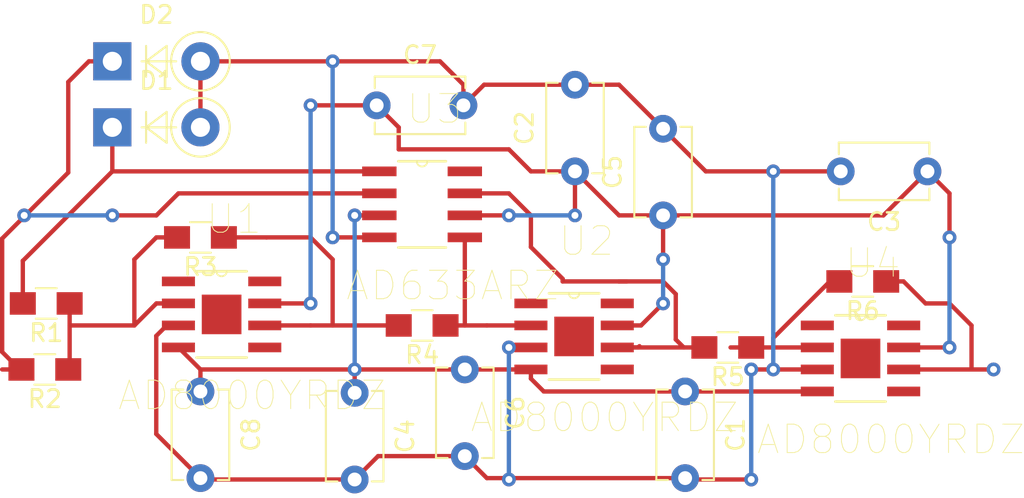
<source format=kicad_pcb>
(kicad_pcb (version 20171130) (host pcbnew "(5.0.0)")

  (general
    (thickness 1.6)
    (drawings 0)
    (tracks 150)
    (zones 0)
    (modules 20)
    (nets 25)
  )

  (page A4)
  (layers
    (0 F.Cu signal)
    (31 B.Cu signal)
    (32 B.Adhes user)
    (33 F.Adhes user)
    (34 B.Paste user)
    (35 F.Paste user)
    (36 B.SilkS user)
    (37 F.SilkS user)
    (38 B.Mask user)
    (39 F.Mask user)
    (40 Dwgs.User user)
    (41 Cmts.User user)
    (42 Eco1.User user)
    (43 Eco2.User user)
    (44 Edge.Cuts user)
    (45 Margin user)
    (46 B.CrtYd user)
    (47 F.CrtYd user)
    (48 B.Fab user)
    (49 F.Fab user)
  )

  (setup
    (last_trace_width 0.25)
    (trace_clearance 0.2)
    (zone_clearance 0.508)
    (zone_45_only no)
    (trace_min 0.2)
    (segment_width 0.2)
    (edge_width 0.15)
    (via_size 0.8)
    (via_drill 0.4)
    (via_min_size 0.4)
    (via_min_drill 0.3)
    (uvia_size 0.3)
    (uvia_drill 0.1)
    (uvias_allowed no)
    (uvia_min_size 0.2)
    (uvia_min_drill 0.1)
    (pcb_text_width 0.3)
    (pcb_text_size 1.5 1.5)
    (mod_edge_width 0.15)
    (mod_text_size 1 1)
    (mod_text_width 0.15)
    (pad_size 1.524 1.524)
    (pad_drill 0.762)
    (pad_to_mask_clearance 0.2)
    (aux_axis_origin 0 0)
    (visible_elements FFFFFF7F)
    (pcbplotparams
      (layerselection 0x010fc_ffffffff)
      (usegerberextensions false)
      (usegerberattributes false)
      (usegerberadvancedattributes false)
      (creategerberjobfile false)
      (excludeedgelayer true)
      (linewidth 0.100000)
      (plotframeref false)
      (viasonmask false)
      (mode 1)
      (useauxorigin false)
      (hpglpennumber 1)
      (hpglpenspeed 20)
      (hpglpendiameter 15.000000)
      (psnegative false)
      (psa4output false)
      (plotreference true)
      (plotvalue true)
      (plotinvisibletext false)
      (padsonsilk false)
      (subtractmaskfromsilk false)
      (outputformat 1)
      (mirror false)
      (drillshape 1)
      (scaleselection 1)
      (outputdirectory ""))
  )

  (net 0 "")
  (net 1 GNDREF)
  (net 2 -15V)
  (net 3 +15V)
  (net 4 "Net-(D1-Pad1)")
  (net 5 "Net-(D2-Pad1)")
  (net 6 "Net-(R1-Pad1)")
  (net 7 "Net-(R3-Pad1)")
  (net 8 "Net-(R4-Pad1)")
  (net 9 "Net-(R5-Pad2)")
  (net 10 "Net-(R5-Pad1)")
  (net 11 LINE)
  (net 12 "Net-(U1-Pad1)")
  (net 13 "Net-(U1-Pad5)")
  (net 14 "Net-(U1-Pad8)")
  (net 15 "Net-(U1-Pad9)")
  (net 16 "Net-(U2-Pad1)")
  (net 17 "Net-(U2-Pad5)")
  (net 18 "Net-(U2-Pad8)")
  (net 19 "Net-(U2-Pad9)")
  (net 20 Earth)
  (net 21 "Net-(U4-Pad9)")
  (net 22 "Net-(U4-Pad8)")
  (net 23 "Net-(U4-Pad5)")
  (net 24 "Net-(U4-Pad1)")

  (net_class Default "To jest domyślna klasa połączeń."
    (clearance 0.2)
    (trace_width 0.25)
    (via_dia 0.8)
    (via_drill 0.4)
    (uvia_dia 0.3)
    (uvia_drill 0.1)
    (add_net +15V)
    (add_net -15V)
    (add_net Earth)
    (add_net GNDREF)
    (add_net LINE)
    (add_net "Net-(D1-Pad1)")
    (add_net "Net-(D2-Pad1)")
    (add_net "Net-(R1-Pad1)")
    (add_net "Net-(R3-Pad1)")
    (add_net "Net-(R4-Pad1)")
    (add_net "Net-(R5-Pad1)")
    (add_net "Net-(R5-Pad2)")
    (add_net "Net-(U1-Pad1)")
    (add_net "Net-(U1-Pad5)")
    (add_net "Net-(U1-Pad8)")
    (add_net "Net-(U1-Pad9)")
    (add_net "Net-(U2-Pad1)")
    (add_net "Net-(U2-Pad5)")
    (add_net "Net-(U2-Pad8)")
    (add_net "Net-(U2-Pad9)")
    (add_net "Net-(U4-Pad1)")
    (add_net "Net-(U4-Pad5)")
    (add_net "Net-(U4-Pad8)")
    (add_net "Net-(U4-Pad9)")
  )

  (module Capacitors_THT:C_Disc_D5.1mm_W3.2mm_P5.00mm (layer F.Cu) (tedit 597BC7C2) (tstamp 5BA15F13)
    (at 156.21 97.79 270)
    (descr "C, Disc series, Radial, pin pitch=5.00mm, , diameter*width=5.1*3.2mm^2, Capacitor, http://www.vishay.com/docs/45233/krseries.pdf")
    (tags "C Disc series Radial pin pitch 5.00mm  diameter 5.1mm width 3.2mm Capacitor")
    (path /5BA1F076)
    (fp_text reference C1 (at 2.5 -2.91 270) (layer F.SilkS)
      (effects (font (size 1 1) (thickness 0.15)))
    )
    (fp_text value 100nF (at 2.5 2.91 270) (layer F.Fab)
      (effects (font (size 1 1) (thickness 0.15)))
    )
    (fp_text user %R (at 2.5 0 270) (layer F.Fab)
      (effects (font (size 1 1) (thickness 0.15)))
    )
    (fp_line (start 6.05 -1.95) (end -1.05 -1.95) (layer F.CrtYd) (width 0.05))
    (fp_line (start 6.05 1.95) (end 6.05 -1.95) (layer F.CrtYd) (width 0.05))
    (fp_line (start -1.05 1.95) (end 6.05 1.95) (layer F.CrtYd) (width 0.05))
    (fp_line (start -1.05 -1.95) (end -1.05 1.95) (layer F.CrtYd) (width 0.05))
    (fp_line (start 5.11 0.996) (end 5.11 1.66) (layer F.SilkS) (width 0.12))
    (fp_line (start 5.11 -1.66) (end 5.11 -0.996) (layer F.SilkS) (width 0.12))
    (fp_line (start -0.11 0.996) (end -0.11 1.66) (layer F.SilkS) (width 0.12))
    (fp_line (start -0.11 -1.66) (end -0.11 -0.996) (layer F.SilkS) (width 0.12))
    (fp_line (start -0.11 1.66) (end 5.11 1.66) (layer F.SilkS) (width 0.12))
    (fp_line (start -0.11 -1.66) (end 5.11 -1.66) (layer F.SilkS) (width 0.12))
    (fp_line (start 5.05 -1.6) (end -0.05 -1.6) (layer F.Fab) (width 0.1))
    (fp_line (start 5.05 1.6) (end 5.05 -1.6) (layer F.Fab) (width 0.1))
    (fp_line (start -0.05 1.6) (end 5.05 1.6) (layer F.Fab) (width 0.1))
    (fp_line (start -0.05 -1.6) (end -0.05 1.6) (layer F.Fab) (width 0.1))
    (pad 2 thru_hole circle (at 5 0 270) (size 1.6 1.6) (drill 0.8) (layers *.Cu *.Mask)
      (net 1 GNDREF))
    (pad 1 thru_hole circle (at 0 0 270) (size 1.6 1.6) (drill 0.8) (layers *.Cu *.Mask)
      (net 2 -15V))
    (model ${KISYS3DMOD}/Capacitors_THT.3dshapes/C_Disc_D5.1mm_W3.2mm_P5.00mm.wrl
      (at (xyz 0 0 0))
      (scale (xyz 1 1 1))
      (rotate (xyz 0 0 0))
    )
  )

  (module Capacitors_THT:C_Disc_D5.1mm_W3.2mm_P5.00mm (layer F.Cu) (tedit 597BC7C2) (tstamp 5BA15F28)
    (at 149.86 85.09 90)
    (descr "C, Disc series, Radial, pin pitch=5.00mm, , diameter*width=5.1*3.2mm^2, Capacitor, http://www.vishay.com/docs/45233/krseries.pdf")
    (tags "C Disc series Radial pin pitch 5.00mm  diameter 5.1mm width 3.2mm Capacitor")
    (path /5BA150C2)
    (fp_text reference C2 (at 2.5 -2.91 90) (layer F.SilkS)
      (effects (font (size 1 1) (thickness 0.15)))
    )
    (fp_text value 100nF (at 2.5 2.91 90) (layer F.Fab)
      (effects (font (size 1 1) (thickness 0.15)))
    )
    (fp_line (start -0.05 -1.6) (end -0.05 1.6) (layer F.Fab) (width 0.1))
    (fp_line (start -0.05 1.6) (end 5.05 1.6) (layer F.Fab) (width 0.1))
    (fp_line (start 5.05 1.6) (end 5.05 -1.6) (layer F.Fab) (width 0.1))
    (fp_line (start 5.05 -1.6) (end -0.05 -1.6) (layer F.Fab) (width 0.1))
    (fp_line (start -0.11 -1.66) (end 5.11 -1.66) (layer F.SilkS) (width 0.12))
    (fp_line (start -0.11 1.66) (end 5.11 1.66) (layer F.SilkS) (width 0.12))
    (fp_line (start -0.11 -1.66) (end -0.11 -0.996) (layer F.SilkS) (width 0.12))
    (fp_line (start -0.11 0.996) (end -0.11 1.66) (layer F.SilkS) (width 0.12))
    (fp_line (start 5.11 -1.66) (end 5.11 -0.996) (layer F.SilkS) (width 0.12))
    (fp_line (start 5.11 0.996) (end 5.11 1.66) (layer F.SilkS) (width 0.12))
    (fp_line (start -1.05 -1.95) (end -1.05 1.95) (layer F.CrtYd) (width 0.05))
    (fp_line (start -1.05 1.95) (end 6.05 1.95) (layer F.CrtYd) (width 0.05))
    (fp_line (start 6.05 1.95) (end 6.05 -1.95) (layer F.CrtYd) (width 0.05))
    (fp_line (start 6.05 -1.95) (end -1.05 -1.95) (layer F.CrtYd) (width 0.05))
    (fp_text user %R (at 2.5 0 90) (layer F.Fab)
      (effects (font (size 1 1) (thickness 0.15)))
    )
    (pad 1 thru_hole circle (at 0 0 90) (size 1.6 1.6) (drill 0.8) (layers *.Cu *.Mask)
      (net 3 +15V))
    (pad 2 thru_hole circle (at 5 0 90) (size 1.6 1.6) (drill 0.8) (layers *.Cu *.Mask)
      (net 1 GNDREF))
    (model ${KISYS3DMOD}/Capacitors_THT.3dshapes/C_Disc_D5.1mm_W3.2mm_P5.00mm.wrl
      (at (xyz 0 0 0))
      (scale (xyz 1 1 1))
      (rotate (xyz 0 0 0))
    )
  )

  (module Capacitors_THT:C_Disc_D5.1mm_W3.2mm_P5.00mm (layer F.Cu) (tedit 597BC7C2) (tstamp 5BA15F3D)
    (at 170.18 85.09 180)
    (descr "C, Disc series, Radial, pin pitch=5.00mm, , diameter*width=5.1*3.2mm^2, Capacitor, http://www.vishay.com/docs/45233/krseries.pdf")
    (tags "C Disc series Radial pin pitch 5.00mm  diameter 5.1mm width 3.2mm Capacitor")
    (path /5BA241A7)
    (fp_text reference C3 (at 2.5 -2.91 180) (layer F.SilkS)
      (effects (font (size 1 1) (thickness 0.15)))
    )
    (fp_text value 100nF (at 2.5 2.91 180) (layer F.Fab)
      (effects (font (size 1 1) (thickness 0.15)))
    )
    (fp_line (start -0.05 -1.6) (end -0.05 1.6) (layer F.Fab) (width 0.1))
    (fp_line (start -0.05 1.6) (end 5.05 1.6) (layer F.Fab) (width 0.1))
    (fp_line (start 5.05 1.6) (end 5.05 -1.6) (layer F.Fab) (width 0.1))
    (fp_line (start 5.05 -1.6) (end -0.05 -1.6) (layer F.Fab) (width 0.1))
    (fp_line (start -0.11 -1.66) (end 5.11 -1.66) (layer F.SilkS) (width 0.12))
    (fp_line (start -0.11 1.66) (end 5.11 1.66) (layer F.SilkS) (width 0.12))
    (fp_line (start -0.11 -1.66) (end -0.11 -0.996) (layer F.SilkS) (width 0.12))
    (fp_line (start -0.11 0.996) (end -0.11 1.66) (layer F.SilkS) (width 0.12))
    (fp_line (start 5.11 -1.66) (end 5.11 -0.996) (layer F.SilkS) (width 0.12))
    (fp_line (start 5.11 0.996) (end 5.11 1.66) (layer F.SilkS) (width 0.12))
    (fp_line (start -1.05 -1.95) (end -1.05 1.95) (layer F.CrtYd) (width 0.05))
    (fp_line (start -1.05 1.95) (end 6.05 1.95) (layer F.CrtYd) (width 0.05))
    (fp_line (start 6.05 1.95) (end 6.05 -1.95) (layer F.CrtYd) (width 0.05))
    (fp_line (start 6.05 -1.95) (end -1.05 -1.95) (layer F.CrtYd) (width 0.05))
    (fp_text user %R (at 2.5 0 180) (layer F.Fab)
      (effects (font (size 1 1) (thickness 0.15)))
    )
    (pad 1 thru_hole circle (at 0 0 180) (size 1.6 1.6) (drill 0.8) (layers *.Cu *.Mask)
      (net 3 +15V))
    (pad 2 thru_hole circle (at 5 0 180) (size 1.6 1.6) (drill 0.8) (layers *.Cu *.Mask)
      (net 1 GNDREF))
    (model ${KISYS3DMOD}/Capacitors_THT.3dshapes/C_Disc_D5.1mm_W3.2mm_P5.00mm.wrl
      (at (xyz 0 0 0))
      (scale (xyz 1 1 1))
      (rotate (xyz 0 0 0))
    )
  )

  (module Capacitors_THT:C_Disc_D5.1mm_W3.2mm_P5.00mm (layer F.Cu) (tedit 597BC7C2) (tstamp 5BA15F52)
    (at 137.16 97.87 270)
    (descr "C, Disc series, Radial, pin pitch=5.00mm, , diameter*width=5.1*3.2mm^2, Capacitor, http://www.vishay.com/docs/45233/krseries.pdf")
    (tags "C Disc series Radial pin pitch 5.00mm  diameter 5.1mm width 3.2mm Capacitor")
    (path /5BA2649A)
    (fp_text reference C4 (at 2.5 -2.91 270) (layer F.SilkS)
      (effects (font (size 1 1) (thickness 0.15)))
    )
    (fp_text value 100nF (at 2.5 2.91 270) (layer F.Fab)
      (effects (font (size 1 1) (thickness 0.15)))
    )
    (fp_text user %R (at 2.5 0 270) (layer F.Fab)
      (effects (font (size 1 1) (thickness 0.15)))
    )
    (fp_line (start 6.05 -1.95) (end -1.05 -1.95) (layer F.CrtYd) (width 0.05))
    (fp_line (start 6.05 1.95) (end 6.05 -1.95) (layer F.CrtYd) (width 0.05))
    (fp_line (start -1.05 1.95) (end 6.05 1.95) (layer F.CrtYd) (width 0.05))
    (fp_line (start -1.05 -1.95) (end -1.05 1.95) (layer F.CrtYd) (width 0.05))
    (fp_line (start 5.11 0.996) (end 5.11 1.66) (layer F.SilkS) (width 0.12))
    (fp_line (start 5.11 -1.66) (end 5.11 -0.996) (layer F.SilkS) (width 0.12))
    (fp_line (start -0.11 0.996) (end -0.11 1.66) (layer F.SilkS) (width 0.12))
    (fp_line (start -0.11 -1.66) (end -0.11 -0.996) (layer F.SilkS) (width 0.12))
    (fp_line (start -0.11 1.66) (end 5.11 1.66) (layer F.SilkS) (width 0.12))
    (fp_line (start -0.11 -1.66) (end 5.11 -1.66) (layer F.SilkS) (width 0.12))
    (fp_line (start 5.05 -1.6) (end -0.05 -1.6) (layer F.Fab) (width 0.1))
    (fp_line (start 5.05 1.6) (end 5.05 -1.6) (layer F.Fab) (width 0.1))
    (fp_line (start -0.05 1.6) (end 5.05 1.6) (layer F.Fab) (width 0.1))
    (fp_line (start -0.05 -1.6) (end -0.05 1.6) (layer F.Fab) (width 0.1))
    (pad 2 thru_hole circle (at 5 0 270) (size 1.6 1.6) (drill 0.8) (layers *.Cu *.Mask)
      (net 1 GNDREF))
    (pad 1 thru_hole circle (at 0 0 270) (size 1.6 1.6) (drill 0.8) (layers *.Cu *.Mask)
      (net 2 -15V))
    (model ${KISYS3DMOD}/Capacitors_THT.3dshapes/C_Disc_D5.1mm_W3.2mm_P5.00mm.wrl
      (at (xyz 0 0 0))
      (scale (xyz 1 1 1))
      (rotate (xyz 0 0 0))
    )
  )

  (module Capacitors_THT:C_Disc_D5.1mm_W3.2mm_P5.00mm (layer F.Cu) (tedit 597BC7C2) (tstamp 5BA15F67)
    (at 154.94 87.63 90)
    (descr "C, Disc series, Radial, pin pitch=5.00mm, , diameter*width=5.1*3.2mm^2, Capacitor, http://www.vishay.com/docs/45233/krseries.pdf")
    (tags "C Disc series Radial pin pitch 5.00mm  diameter 5.1mm width 3.2mm Capacitor")
    (path /5BA45026)
    (fp_text reference C5 (at 2.5 -2.91 90) (layer F.SilkS)
      (effects (font (size 1 1) (thickness 0.15)))
    )
    (fp_text value 100nF (at 2.5 2.91 90) (layer F.Fab)
      (effects (font (size 1 1) (thickness 0.15)))
    )
    (fp_text user %R (at 2.5 0 90) (layer F.Fab)
      (effects (font (size 1 1) (thickness 0.15)))
    )
    (fp_line (start 6.05 -1.95) (end -1.05 -1.95) (layer F.CrtYd) (width 0.05))
    (fp_line (start 6.05 1.95) (end 6.05 -1.95) (layer F.CrtYd) (width 0.05))
    (fp_line (start -1.05 1.95) (end 6.05 1.95) (layer F.CrtYd) (width 0.05))
    (fp_line (start -1.05 -1.95) (end -1.05 1.95) (layer F.CrtYd) (width 0.05))
    (fp_line (start 5.11 0.996) (end 5.11 1.66) (layer F.SilkS) (width 0.12))
    (fp_line (start 5.11 -1.66) (end 5.11 -0.996) (layer F.SilkS) (width 0.12))
    (fp_line (start -0.11 0.996) (end -0.11 1.66) (layer F.SilkS) (width 0.12))
    (fp_line (start -0.11 -1.66) (end -0.11 -0.996) (layer F.SilkS) (width 0.12))
    (fp_line (start -0.11 1.66) (end 5.11 1.66) (layer F.SilkS) (width 0.12))
    (fp_line (start -0.11 -1.66) (end 5.11 -1.66) (layer F.SilkS) (width 0.12))
    (fp_line (start 5.05 -1.6) (end -0.05 -1.6) (layer F.Fab) (width 0.1))
    (fp_line (start 5.05 1.6) (end 5.05 -1.6) (layer F.Fab) (width 0.1))
    (fp_line (start -0.05 1.6) (end 5.05 1.6) (layer F.Fab) (width 0.1))
    (fp_line (start -0.05 -1.6) (end -0.05 1.6) (layer F.Fab) (width 0.1))
    (pad 2 thru_hole circle (at 5 0 90) (size 1.6 1.6) (drill 0.8) (layers *.Cu *.Mask)
      (net 1 GNDREF))
    (pad 1 thru_hole circle (at 0 0 90) (size 1.6 1.6) (drill 0.8) (layers *.Cu *.Mask)
      (net 3 +15V))
    (model ${KISYS3DMOD}/Capacitors_THT.3dshapes/C_Disc_D5.1mm_W3.2mm_P5.00mm.wrl
      (at (xyz 0 0 0))
      (scale (xyz 1 1 1))
      (rotate (xyz 0 0 0))
    )
  )

  (module Capacitors_THT:C_Disc_D5.1mm_W3.2mm_P5.00mm (layer F.Cu) (tedit 597BC7C2) (tstamp 5BA15F7C)
    (at 143.51 96.52 270)
    (descr "C, Disc series, Radial, pin pitch=5.00mm, , diameter*width=5.1*3.2mm^2, Capacitor, http://www.vishay.com/docs/45233/krseries.pdf")
    (tags "C Disc series Radial pin pitch 5.00mm  diameter 5.1mm width 3.2mm Capacitor")
    (path /5BA45EA3)
    (fp_text reference C6 (at 2.5 -2.91 270) (layer F.SilkS)
      (effects (font (size 1 1) (thickness 0.15)))
    )
    (fp_text value 100nF (at 2.5 2.91 270) (layer F.Fab)
      (effects (font (size 1 1) (thickness 0.15)))
    )
    (fp_line (start -0.05 -1.6) (end -0.05 1.6) (layer F.Fab) (width 0.1))
    (fp_line (start -0.05 1.6) (end 5.05 1.6) (layer F.Fab) (width 0.1))
    (fp_line (start 5.05 1.6) (end 5.05 -1.6) (layer F.Fab) (width 0.1))
    (fp_line (start 5.05 -1.6) (end -0.05 -1.6) (layer F.Fab) (width 0.1))
    (fp_line (start -0.11 -1.66) (end 5.11 -1.66) (layer F.SilkS) (width 0.12))
    (fp_line (start -0.11 1.66) (end 5.11 1.66) (layer F.SilkS) (width 0.12))
    (fp_line (start -0.11 -1.66) (end -0.11 -0.996) (layer F.SilkS) (width 0.12))
    (fp_line (start -0.11 0.996) (end -0.11 1.66) (layer F.SilkS) (width 0.12))
    (fp_line (start 5.11 -1.66) (end 5.11 -0.996) (layer F.SilkS) (width 0.12))
    (fp_line (start 5.11 0.996) (end 5.11 1.66) (layer F.SilkS) (width 0.12))
    (fp_line (start -1.05 -1.95) (end -1.05 1.95) (layer F.CrtYd) (width 0.05))
    (fp_line (start -1.05 1.95) (end 6.05 1.95) (layer F.CrtYd) (width 0.05))
    (fp_line (start 6.05 1.95) (end 6.05 -1.95) (layer F.CrtYd) (width 0.05))
    (fp_line (start 6.05 -1.95) (end -1.05 -1.95) (layer F.CrtYd) (width 0.05))
    (fp_text user %R (at 2.5 0 270) (layer F.Fab)
      (effects (font (size 1 1) (thickness 0.15)))
    )
    (pad 1 thru_hole circle (at 0 0 270) (size 1.6 1.6) (drill 0.8) (layers *.Cu *.Mask)
      (net 2 -15V))
    (pad 2 thru_hole circle (at 5 0 270) (size 1.6 1.6) (drill 0.8) (layers *.Cu *.Mask)
      (net 1 GNDREF))
    (model ${KISYS3DMOD}/Capacitors_THT.3dshapes/C_Disc_D5.1mm_W3.2mm_P5.00mm.wrl
      (at (xyz 0 0 0))
      (scale (xyz 1 1 1))
      (rotate (xyz 0 0 0))
    )
  )

  (module Capacitors_THT:C_Disc_D5.1mm_W3.2mm_P5.00mm (layer F.Cu) (tedit 597BC7C2) (tstamp 5BA15F91)
    (at 138.43 81.28)
    (descr "C, Disc series, Radial, pin pitch=5.00mm, , diameter*width=5.1*3.2mm^2, Capacitor, http://www.vishay.com/docs/45233/krseries.pdf")
    (tags "C Disc series Radial pin pitch 5.00mm  diameter 5.1mm width 3.2mm Capacitor")
    (path /5BA3270C)
    (fp_text reference C7 (at 2.5 -2.91) (layer F.SilkS)
      (effects (font (size 1 1) (thickness 0.15)))
    )
    (fp_text value 100nF (at 2.5 2.91) (layer F.Fab)
      (effects (font (size 1 1) (thickness 0.15)))
    )
    (fp_text user %R (at 2.5 0) (layer F.Fab)
      (effects (font (size 1 1) (thickness 0.15)))
    )
    (fp_line (start 6.05 -1.95) (end -1.05 -1.95) (layer F.CrtYd) (width 0.05))
    (fp_line (start 6.05 1.95) (end 6.05 -1.95) (layer F.CrtYd) (width 0.05))
    (fp_line (start -1.05 1.95) (end 6.05 1.95) (layer F.CrtYd) (width 0.05))
    (fp_line (start -1.05 -1.95) (end -1.05 1.95) (layer F.CrtYd) (width 0.05))
    (fp_line (start 5.11 0.996) (end 5.11 1.66) (layer F.SilkS) (width 0.12))
    (fp_line (start 5.11 -1.66) (end 5.11 -0.996) (layer F.SilkS) (width 0.12))
    (fp_line (start -0.11 0.996) (end -0.11 1.66) (layer F.SilkS) (width 0.12))
    (fp_line (start -0.11 -1.66) (end -0.11 -0.996) (layer F.SilkS) (width 0.12))
    (fp_line (start -0.11 1.66) (end 5.11 1.66) (layer F.SilkS) (width 0.12))
    (fp_line (start -0.11 -1.66) (end 5.11 -1.66) (layer F.SilkS) (width 0.12))
    (fp_line (start 5.05 -1.6) (end -0.05 -1.6) (layer F.Fab) (width 0.1))
    (fp_line (start 5.05 1.6) (end 5.05 -1.6) (layer F.Fab) (width 0.1))
    (fp_line (start -0.05 1.6) (end 5.05 1.6) (layer F.Fab) (width 0.1))
    (fp_line (start -0.05 -1.6) (end -0.05 1.6) (layer F.Fab) (width 0.1))
    (pad 2 thru_hole circle (at 5 0) (size 1.6 1.6) (drill 0.8) (layers *.Cu *.Mask)
      (net 1 GNDREF))
    (pad 1 thru_hole circle (at 0 0) (size 1.6 1.6) (drill 0.8) (layers *.Cu *.Mask)
      (net 3 +15V))
    (model ${KISYS3DMOD}/Capacitors_THT.3dshapes/C_Disc_D5.1mm_W3.2mm_P5.00mm.wrl
      (at (xyz 0 0 0))
      (scale (xyz 1 1 1))
      (rotate (xyz 0 0 0))
    )
  )

  (module Capacitors_THT:C_Disc_D5.1mm_W3.2mm_P5.00mm (layer F.Cu) (tedit 597BC7C2) (tstamp 5BA15FA6)
    (at 128.27 97.79 270)
    (descr "C, Disc series, Radial, pin pitch=5.00mm, , diameter*width=5.1*3.2mm^2, Capacitor, http://www.vishay.com/docs/45233/krseries.pdf")
    (tags "C Disc series Radial pin pitch 5.00mm  diameter 5.1mm width 3.2mm Capacitor")
    (path /5BA3D326)
    (fp_text reference C8 (at 2.5 -2.91 270) (layer F.SilkS)
      (effects (font (size 1 1) (thickness 0.15)))
    )
    (fp_text value 100nF (at 2.5 2.91 270) (layer F.Fab)
      (effects (font (size 1 1) (thickness 0.15)))
    )
    (fp_line (start -0.05 -1.6) (end -0.05 1.6) (layer F.Fab) (width 0.1))
    (fp_line (start -0.05 1.6) (end 5.05 1.6) (layer F.Fab) (width 0.1))
    (fp_line (start 5.05 1.6) (end 5.05 -1.6) (layer F.Fab) (width 0.1))
    (fp_line (start 5.05 -1.6) (end -0.05 -1.6) (layer F.Fab) (width 0.1))
    (fp_line (start -0.11 -1.66) (end 5.11 -1.66) (layer F.SilkS) (width 0.12))
    (fp_line (start -0.11 1.66) (end 5.11 1.66) (layer F.SilkS) (width 0.12))
    (fp_line (start -0.11 -1.66) (end -0.11 -0.996) (layer F.SilkS) (width 0.12))
    (fp_line (start -0.11 0.996) (end -0.11 1.66) (layer F.SilkS) (width 0.12))
    (fp_line (start 5.11 -1.66) (end 5.11 -0.996) (layer F.SilkS) (width 0.12))
    (fp_line (start 5.11 0.996) (end 5.11 1.66) (layer F.SilkS) (width 0.12))
    (fp_line (start -1.05 -1.95) (end -1.05 1.95) (layer F.CrtYd) (width 0.05))
    (fp_line (start -1.05 1.95) (end 6.05 1.95) (layer F.CrtYd) (width 0.05))
    (fp_line (start 6.05 1.95) (end 6.05 -1.95) (layer F.CrtYd) (width 0.05))
    (fp_line (start 6.05 -1.95) (end -1.05 -1.95) (layer F.CrtYd) (width 0.05))
    (fp_text user %R (at 2.5 0 270) (layer F.Fab)
      (effects (font (size 1 1) (thickness 0.15)))
    )
    (pad 1 thru_hole circle (at 0 0 270) (size 1.6 1.6) (drill 0.8) (layers *.Cu *.Mask)
      (net 2 -15V))
    (pad 2 thru_hole circle (at 5 0 270) (size 1.6 1.6) (drill 0.8) (layers *.Cu *.Mask)
      (net 1 GNDREF))
    (model ${KISYS3DMOD}/Capacitors_THT.3dshapes/C_Disc_D5.1mm_W3.2mm_P5.00mm.wrl
      (at (xyz 0 0 0))
      (scale (xyz 1 1 1))
      (rotate (xyz 0 0 0))
    )
  )

  (module Diodes_THT:D_DO-41_SOD81_P5.08mm_Vertical_KathodeUp (layer F.Cu) (tedit 5921392F) (tstamp 5BA15FBA)
    (at 123.19 82.55)
    (descr "D, DO-41_SOD81 series, Axial, Vertical, pin pitch=5.08mm, , length*diameter=5.2*2.7mm^2, , http://www.diodes.com/_files/packages/DO-41%20(Plastic).pdf")
    (tags "D DO-41_SOD81 series Axial Vertical pin pitch 5.08mm  length 5.2mm diameter 2.7mm")
    (path /5BA17701)
    (fp_text reference D1 (at 2.54 -2.690635) (layer F.SilkS)
      (effects (font (size 1 1) (thickness 0.15)))
    )
    (fp_text value D_Photo (at 2.54 2.690635) (layer F.Fab)
      (effects (font (size 1 1) (thickness 0.15)))
    )
    (fp_circle (center 5.08 0) (end 6.770635 0) (layer F.SilkS) (width 0.12))
    (fp_circle (center 5.08 0) (end 6.43 0) (layer F.Fab) (width 0.1))
    (fp_line (start 6.75 -1.95) (end -1.45 -1.95) (layer F.CrtYd) (width 0.05))
    (fp_line (start 6.75 1.95) (end 6.75 -1.95) (layer F.CrtYd) (width 0.05))
    (fp_line (start -1.45 1.95) (end 6.75 1.95) (layer F.CrtYd) (width 0.05))
    (fp_line (start -1.45 -1.95) (end -1.45 1.95) (layer F.CrtYd) (width 0.05))
    (fp_line (start 3.132667 0.889) (end 1.947333 0) (layer F.SilkS) (width 0.12))
    (fp_line (start 3.132667 -0.889) (end 3.132667 0.889) (layer F.SilkS) (width 0.12))
    (fp_line (start 1.947333 0) (end 3.132667 -0.889) (layer F.SilkS) (width 0.12))
    (fp_line (start 1.947333 -0.889) (end 1.947333 0.889) (layer F.SilkS) (width 0.12))
    (fp_line (start 1.690635 0) (end 3.68 0) (layer F.SilkS) (width 0.12))
    (fp_line (start 0 0) (end 5.08 0) (layer F.Fab) (width 0.1))
    (fp_text user %R (at 2.54 0) (layer F.Fab)
      (effects (font (size 1 1) (thickness 0.15)))
    )
    (fp_text user K (at -1.8 0) (layer F.Fab)
      (effects (font (size 1 1) (thickness 0.15)))
    )
    (pad 2 thru_hole oval (at 5.08 0) (size 2.2 2.2) (drill 1.1) (layers *.Cu *.Mask)
      (net 1 GNDREF))
    (pad 1 thru_hole rect (at 0 0) (size 2.2 2.2) (drill 1.1) (layers *.Cu *.Mask)
      (net 4 "Net-(D1-Pad1)"))
    (model ${KISYS3DMOD}/Diodes_THT.3dshapes/D_DO-41_SOD81_P5.08mm_Vertical_KathodeUp.wrl
      (at (xyz 0 0 0))
      (scale (xyz 0.393701 0.393701 0.393701))
      (rotate (xyz 0 0 0))
    )
  )

  (module Diodes_THT:D_DO-41_SOD81_P5.08mm_Vertical_KathodeUp (layer F.Cu) (tedit 5921392F) (tstamp 5BA15FCE)
    (at 123.19 78.74)
    (descr "D, DO-41_SOD81 series, Axial, Vertical, pin pitch=5.08mm, , length*diameter=5.2*2.7mm^2, , http://www.diodes.com/_files/packages/DO-41%20(Plastic).pdf")
    (tags "D DO-41_SOD81 series Axial Vertical pin pitch 5.08mm  length 5.2mm diameter 2.7mm")
    (path /5BA17B7E)
    (fp_text reference D2 (at 2.54 -2.690635) (layer F.SilkS)
      (effects (font (size 1 1) (thickness 0.15)))
    )
    (fp_text value D_Photo (at 2.54 2.690635) (layer F.Fab)
      (effects (font (size 1 1) (thickness 0.15)))
    )
    (fp_text user K (at -1.8 0) (layer F.Fab)
      (effects (font (size 1 1) (thickness 0.15)))
    )
    (fp_text user %R (at 2.54 0) (layer F.Fab)
      (effects (font (size 1 1) (thickness 0.15)))
    )
    (fp_line (start 0 0) (end 5.08 0) (layer F.Fab) (width 0.1))
    (fp_line (start 1.690635 0) (end 3.68 0) (layer F.SilkS) (width 0.12))
    (fp_line (start 1.947333 -0.889) (end 1.947333 0.889) (layer F.SilkS) (width 0.12))
    (fp_line (start 1.947333 0) (end 3.132667 -0.889) (layer F.SilkS) (width 0.12))
    (fp_line (start 3.132667 -0.889) (end 3.132667 0.889) (layer F.SilkS) (width 0.12))
    (fp_line (start 3.132667 0.889) (end 1.947333 0) (layer F.SilkS) (width 0.12))
    (fp_line (start -1.45 -1.95) (end -1.45 1.95) (layer F.CrtYd) (width 0.05))
    (fp_line (start -1.45 1.95) (end 6.75 1.95) (layer F.CrtYd) (width 0.05))
    (fp_line (start 6.75 1.95) (end 6.75 -1.95) (layer F.CrtYd) (width 0.05))
    (fp_line (start 6.75 -1.95) (end -1.45 -1.95) (layer F.CrtYd) (width 0.05))
    (fp_circle (center 5.08 0) (end 6.43 0) (layer F.Fab) (width 0.1))
    (fp_circle (center 5.08 0) (end 6.770635 0) (layer F.SilkS) (width 0.12))
    (pad 1 thru_hole rect (at 0 0) (size 2.2 2.2) (drill 1.1) (layers *.Cu *.Mask)
      (net 5 "Net-(D2-Pad1)"))
    (pad 2 thru_hole oval (at 5.08 0) (size 2.2 2.2) (drill 1.1) (layers *.Cu *.Mask)
      (net 1 GNDREF))
    (model ${KISYS3DMOD}/Diodes_THT.3dshapes/D_DO-41_SOD81_P5.08mm_Vertical_KathodeUp.wrl
      (at (xyz 0 0 0))
      (scale (xyz 0.393701 0.393701 0.393701))
      (rotate (xyz 0 0 0))
    )
  )

  (module Resistors_SMD:R_0805_HandSoldering (layer F.Cu) (tedit 58E0A804) (tstamp 5BA15FDF)
    (at 119.38 92.71 180)
    (descr "Resistor SMD 0805, hand soldering")
    (tags "resistor 0805")
    (path /5BA152D7)
    (attr smd)
    (fp_text reference R1 (at 0 -1.7 180) (layer F.SilkS)
      (effects (font (size 1 1) (thickness 0.15)))
    )
    (fp_text value 10k (at 0 1.75 180) (layer F.Fab)
      (effects (font (size 1 1) (thickness 0.15)))
    )
    (fp_text user %R (at 0 0 180) (layer F.Fab)
      (effects (font (size 0.5 0.5) (thickness 0.075)))
    )
    (fp_line (start -1 0.62) (end -1 -0.62) (layer F.Fab) (width 0.1))
    (fp_line (start 1 0.62) (end -1 0.62) (layer F.Fab) (width 0.1))
    (fp_line (start 1 -0.62) (end 1 0.62) (layer F.Fab) (width 0.1))
    (fp_line (start -1 -0.62) (end 1 -0.62) (layer F.Fab) (width 0.1))
    (fp_line (start 0.6 0.88) (end -0.6 0.88) (layer F.SilkS) (width 0.12))
    (fp_line (start -0.6 -0.88) (end 0.6 -0.88) (layer F.SilkS) (width 0.12))
    (fp_line (start -2.35 -0.9) (end 2.35 -0.9) (layer F.CrtYd) (width 0.05))
    (fp_line (start -2.35 -0.9) (end -2.35 0.9) (layer F.CrtYd) (width 0.05))
    (fp_line (start 2.35 0.9) (end 2.35 -0.9) (layer F.CrtYd) (width 0.05))
    (fp_line (start 2.35 0.9) (end -2.35 0.9) (layer F.CrtYd) (width 0.05))
    (pad 1 smd rect (at -1.35 0 180) (size 1.5 1.3) (layers F.Cu F.Paste F.Mask)
      (net 6 "Net-(R1-Pad1)"))
    (pad 2 smd rect (at 1.35 0 180) (size 1.5 1.3) (layers F.Cu F.Paste F.Mask)
      (net 4 "Net-(D1-Pad1)"))
    (model ${KISYS3DMOD}/Resistors_SMD.3dshapes/R_0805.wrl
      (at (xyz 0 0 0))
      (scale (xyz 1 1 1))
      (rotate (xyz 0 0 0))
    )
  )

  (module Resistors_SMD:R_0805_HandSoldering (layer F.Cu) (tedit 58E0A804) (tstamp 5BA15FF0)
    (at 119.3 96.52 180)
    (descr "Resistor SMD 0805, hand soldering")
    (tags "resistor 0805")
    (path /5BA15303)
    (attr smd)
    (fp_text reference R2 (at 0 -1.7 180) (layer F.SilkS)
      (effects (font (size 1 1) (thickness 0.15)))
    )
    (fp_text value 10k (at 0 1.75 180) (layer F.Fab)
      (effects (font (size 1 1) (thickness 0.15)))
    )
    (fp_line (start 2.35 0.9) (end -2.35 0.9) (layer F.CrtYd) (width 0.05))
    (fp_line (start 2.35 0.9) (end 2.35 -0.9) (layer F.CrtYd) (width 0.05))
    (fp_line (start -2.35 -0.9) (end -2.35 0.9) (layer F.CrtYd) (width 0.05))
    (fp_line (start -2.35 -0.9) (end 2.35 -0.9) (layer F.CrtYd) (width 0.05))
    (fp_line (start -0.6 -0.88) (end 0.6 -0.88) (layer F.SilkS) (width 0.12))
    (fp_line (start 0.6 0.88) (end -0.6 0.88) (layer F.SilkS) (width 0.12))
    (fp_line (start -1 -0.62) (end 1 -0.62) (layer F.Fab) (width 0.1))
    (fp_line (start 1 -0.62) (end 1 0.62) (layer F.Fab) (width 0.1))
    (fp_line (start 1 0.62) (end -1 0.62) (layer F.Fab) (width 0.1))
    (fp_line (start -1 0.62) (end -1 -0.62) (layer F.Fab) (width 0.1))
    (fp_text user %R (at 0 0 180) (layer F.Fab)
      (effects (font (size 0.5 0.5) (thickness 0.075)))
    )
    (pad 2 smd rect (at 1.35 0 180) (size 1.5 1.3) (layers F.Cu F.Paste F.Mask)
      (net 5 "Net-(D2-Pad1)"))
    (pad 1 smd rect (at -1.35 0 180) (size 1.5 1.3) (layers F.Cu F.Paste F.Mask)
      (net 6 "Net-(R1-Pad1)"))
    (model ${KISYS3DMOD}/Resistors_SMD.3dshapes/R_0805.wrl
      (at (xyz 0 0 0))
      (scale (xyz 1 1 1))
      (rotate (xyz 0 0 0))
    )
  )

  (module Resistors_SMD:R_0805_HandSoldering (layer F.Cu) (tedit 58E0A804) (tstamp 5BA16001)
    (at 128.27 88.9 180)
    (descr "Resistor SMD 0805, hand soldering")
    (tags "resistor 0805")
    (path /5BA14FAB)
    (attr smd)
    (fp_text reference R3 (at 0 -1.7 180) (layer F.SilkS)
      (effects (font (size 1 1) (thickness 0.15)))
    )
    (fp_text value 10k (at 0 1.75 180) (layer F.Fab)
      (effects (font (size 1 1) (thickness 0.15)))
    )
    (fp_line (start 2.35 0.9) (end -2.35 0.9) (layer F.CrtYd) (width 0.05))
    (fp_line (start 2.35 0.9) (end 2.35 -0.9) (layer F.CrtYd) (width 0.05))
    (fp_line (start -2.35 -0.9) (end -2.35 0.9) (layer F.CrtYd) (width 0.05))
    (fp_line (start -2.35 -0.9) (end 2.35 -0.9) (layer F.CrtYd) (width 0.05))
    (fp_line (start -0.6 -0.88) (end 0.6 -0.88) (layer F.SilkS) (width 0.12))
    (fp_line (start 0.6 0.88) (end -0.6 0.88) (layer F.SilkS) (width 0.12))
    (fp_line (start -1 -0.62) (end 1 -0.62) (layer F.Fab) (width 0.1))
    (fp_line (start 1 -0.62) (end 1 0.62) (layer F.Fab) (width 0.1))
    (fp_line (start 1 0.62) (end -1 0.62) (layer F.Fab) (width 0.1))
    (fp_line (start -1 0.62) (end -1 -0.62) (layer F.Fab) (width 0.1))
    (fp_text user %R (at 0 0 180) (layer F.Fab)
      (effects (font (size 0.5 0.5) (thickness 0.075)))
    )
    (pad 2 smd rect (at 1.35 0 180) (size 1.5 1.3) (layers F.Cu F.Paste F.Mask)
      (net 6 "Net-(R1-Pad1)"))
    (pad 1 smd rect (at -1.35 0 180) (size 1.5 1.3) (layers F.Cu F.Paste F.Mask)
      (net 7 "Net-(R3-Pad1)"))
    (model ${KISYS3DMOD}/Resistors_SMD.3dshapes/R_0805.wrl
      (at (xyz 0 0 0))
      (scale (xyz 1 1 1))
      (rotate (xyz 0 0 0))
    )
  )

  (module Resistors_SMD:R_0805_HandSoldering (layer F.Cu) (tedit 58E0A804) (tstamp 5BA16012)
    (at 141.05 93.98 180)
    (descr "Resistor SMD 0805, hand soldering")
    (tags "resistor 0805")
    (path /5BA1A37C)
    (attr smd)
    (fp_text reference R4 (at 0 -1.7 180) (layer F.SilkS)
      (effects (font (size 1 1) (thickness 0.15)))
    )
    (fp_text value 10k (at 0 1.75 180) (layer F.Fab)
      (effects (font (size 1 1) (thickness 0.15)))
    )
    (fp_text user %R (at 0 0 180) (layer F.Fab)
      (effects (font (size 0.5 0.5) (thickness 0.075)))
    )
    (fp_line (start -1 0.62) (end -1 -0.62) (layer F.Fab) (width 0.1))
    (fp_line (start 1 0.62) (end -1 0.62) (layer F.Fab) (width 0.1))
    (fp_line (start 1 -0.62) (end 1 0.62) (layer F.Fab) (width 0.1))
    (fp_line (start -1 -0.62) (end 1 -0.62) (layer F.Fab) (width 0.1))
    (fp_line (start 0.6 0.88) (end -0.6 0.88) (layer F.SilkS) (width 0.12))
    (fp_line (start -0.6 -0.88) (end 0.6 -0.88) (layer F.SilkS) (width 0.12))
    (fp_line (start -2.35 -0.9) (end 2.35 -0.9) (layer F.CrtYd) (width 0.05))
    (fp_line (start -2.35 -0.9) (end -2.35 0.9) (layer F.CrtYd) (width 0.05))
    (fp_line (start 2.35 0.9) (end 2.35 -0.9) (layer F.CrtYd) (width 0.05))
    (fp_line (start 2.35 0.9) (end -2.35 0.9) (layer F.CrtYd) (width 0.05))
    (pad 1 smd rect (at -1.35 0 180) (size 1.5 1.3) (layers F.Cu F.Paste F.Mask)
      (net 8 "Net-(R4-Pad1)"))
    (pad 2 smd rect (at 1.35 0 180) (size 1.5 1.3) (layers F.Cu F.Paste F.Mask)
      (net 7 "Net-(R3-Pad1)"))
    (model ${KISYS3DMOD}/Resistors_SMD.3dshapes/R_0805.wrl
      (at (xyz 0 0 0))
      (scale (xyz 1 1 1))
      (rotate (xyz 0 0 0))
    )
  )

  (module Resistors_SMD:R_0805_HandSoldering (layer F.Cu) (tedit 58E0A804) (tstamp 5BA16023)
    (at 158.67 95.25 180)
    (descr "Resistor SMD 0805, hand soldering")
    (tags "resistor 0805")
    (path /5BA2CD75)
    (attr smd)
    (fp_text reference R5 (at 0 -1.7 180) (layer F.SilkS)
      (effects (font (size 1 1) (thickness 0.15)))
    )
    (fp_text value 10k (at 0 1.75 180) (layer F.Fab)
      (effects (font (size 1 1) (thickness 0.15)))
    )
    (fp_line (start 2.35 0.9) (end -2.35 0.9) (layer F.CrtYd) (width 0.05))
    (fp_line (start 2.35 0.9) (end 2.35 -0.9) (layer F.CrtYd) (width 0.05))
    (fp_line (start -2.35 -0.9) (end -2.35 0.9) (layer F.CrtYd) (width 0.05))
    (fp_line (start -2.35 -0.9) (end 2.35 -0.9) (layer F.CrtYd) (width 0.05))
    (fp_line (start -0.6 -0.88) (end 0.6 -0.88) (layer F.SilkS) (width 0.12))
    (fp_line (start 0.6 0.88) (end -0.6 0.88) (layer F.SilkS) (width 0.12))
    (fp_line (start -1 -0.62) (end 1 -0.62) (layer F.Fab) (width 0.1))
    (fp_line (start 1 -0.62) (end 1 0.62) (layer F.Fab) (width 0.1))
    (fp_line (start 1 0.62) (end -1 0.62) (layer F.Fab) (width 0.1))
    (fp_line (start -1 0.62) (end -1 -0.62) (layer F.Fab) (width 0.1))
    (fp_text user %R (at 0 0 180) (layer F.Fab)
      (effects (font (size 0.5 0.5) (thickness 0.075)))
    )
    (pad 2 smd rect (at 1.35 0 180) (size 1.5 1.3) (layers F.Cu F.Paste F.Mask)
      (net 9 "Net-(R5-Pad2)"))
    (pad 1 smd rect (at -1.35 0 180) (size 1.5 1.3) (layers F.Cu F.Paste F.Mask)
      (net 10 "Net-(R5-Pad1)"))
    (model ${KISYS3DMOD}/Resistors_SMD.3dshapes/R_0805.wrl
      (at (xyz 0 0 0))
      (scale (xyz 1 1 1))
      (rotate (xyz 0 0 0))
    )
  )

  (module Resistors_SMD:R_0805_HandSoldering (layer F.Cu) (tedit 58E0A804) (tstamp 5BA16034)
    (at 166.45 91.44 180)
    (descr "Resistor SMD 0805, hand soldering")
    (tags "resistor 0805")
    (path /5BA2D580)
    (attr smd)
    (fp_text reference R6 (at 0 -1.7 180) (layer F.SilkS)
      (effects (font (size 1 1) (thickness 0.15)))
    )
    (fp_text value 10k (at 0 1.75 180) (layer F.Fab)
      (effects (font (size 1 1) (thickness 0.15)))
    )
    (fp_text user %R (at 0 0 180) (layer F.Fab)
      (effects (font (size 0.5 0.5) (thickness 0.075)))
    )
    (fp_line (start -1 0.62) (end -1 -0.62) (layer F.Fab) (width 0.1))
    (fp_line (start 1 0.62) (end -1 0.62) (layer F.Fab) (width 0.1))
    (fp_line (start 1 -0.62) (end 1 0.62) (layer F.Fab) (width 0.1))
    (fp_line (start -1 -0.62) (end 1 -0.62) (layer F.Fab) (width 0.1))
    (fp_line (start 0.6 0.88) (end -0.6 0.88) (layer F.SilkS) (width 0.12))
    (fp_line (start -0.6 -0.88) (end 0.6 -0.88) (layer F.SilkS) (width 0.12))
    (fp_line (start -2.35 -0.9) (end 2.35 -0.9) (layer F.CrtYd) (width 0.05))
    (fp_line (start -2.35 -0.9) (end -2.35 0.9) (layer F.CrtYd) (width 0.05))
    (fp_line (start 2.35 0.9) (end 2.35 -0.9) (layer F.CrtYd) (width 0.05))
    (fp_line (start 2.35 0.9) (end -2.35 0.9) (layer F.CrtYd) (width 0.05))
    (pad 1 smd rect (at -1.35 0 180) (size 1.5 1.3) (layers F.Cu F.Paste F.Mask)
      (net 11 LINE))
    (pad 2 smd rect (at 1.35 0 180) (size 1.5 1.3) (layers F.Cu F.Paste F.Mask)
      (net 10 "Net-(R5-Pad1)"))
    (model ${KISYS3DMOD}/Resistors_SMD.3dshapes/R_0805.wrl
      (at (xyz 0 0 0))
      (scale (xyz 1 1 1))
      (rotate (xyz 0 0 0))
    )
  )

  (module AD8000YRDZ:SOIC127P600X175-9N (layer F.Cu) (tedit 0) (tstamp 5BA1606B)
    (at 129.4892 93.345)
    (path /5BA14E54)
    (attr smd)
    (fp_text reference U1 (at 0.713422 -5.50353) (layer F.SilkS)
      (effects (font (size 1.64512 1.64512) (thickness 0.05)))
    )
    (fp_text value AD8000YRDZ (at 1.75407 4.67755) (layer F.SilkS)
      (effects (font (size 1.64138 1.64138) (thickness 0.05)))
    )
    (fp_line (start -1.9812 -1.651) (end -1.9812 -2.159) (layer Dwgs.User) (width 0.1524))
    (fp_line (start -1.9812 -2.159) (end -3.0988 -2.159) (layer Dwgs.User) (width 0.1524))
    (fp_line (start -3.0988 -2.159) (end -3.0988 -1.651) (layer Dwgs.User) (width 0.1524))
    (fp_line (start -3.0988 -1.651) (end -1.9812 -1.651) (layer Dwgs.User) (width 0.1524))
    (fp_line (start -1.9812 -0.381) (end -1.9812 -0.889) (layer Dwgs.User) (width 0.1524))
    (fp_line (start -1.9812 -0.889) (end -3.0988 -0.889) (layer Dwgs.User) (width 0.1524))
    (fp_line (start -3.0988 -0.889) (end -3.0988 -0.381) (layer Dwgs.User) (width 0.1524))
    (fp_line (start -3.0988 -0.381) (end -1.9812 -0.381) (layer Dwgs.User) (width 0.1524))
    (fp_line (start -1.9812 0.889) (end -1.9812 0.381) (layer Dwgs.User) (width 0.1524))
    (fp_line (start -1.9812 0.381) (end -3.0988 0.381) (layer Dwgs.User) (width 0.1524))
    (fp_line (start -3.0988 0.381) (end -3.0988 0.889) (layer Dwgs.User) (width 0.1524))
    (fp_line (start -3.0988 0.889) (end -1.9812 0.889) (layer Dwgs.User) (width 0.1524))
    (fp_line (start -1.9812 2.159) (end -1.9812 1.651) (layer Dwgs.User) (width 0.1524))
    (fp_line (start -1.9812 1.651) (end -3.0988 1.651) (layer Dwgs.User) (width 0.1524))
    (fp_line (start -3.0988 1.651) (end -3.0988 2.159) (layer Dwgs.User) (width 0.1524))
    (fp_line (start -3.0988 2.159) (end -1.9812 2.159) (layer Dwgs.User) (width 0.1524))
    (fp_line (start 1.9812 1.651) (end 1.9812 2.159) (layer Dwgs.User) (width 0.1524))
    (fp_line (start 1.9812 2.159) (end 3.0988 2.159) (layer Dwgs.User) (width 0.1524))
    (fp_line (start 3.0988 2.159) (end 3.0988 1.651) (layer Dwgs.User) (width 0.1524))
    (fp_line (start 3.0988 1.651) (end 1.9812 1.651) (layer Dwgs.User) (width 0.1524))
    (fp_line (start 1.9812 0.381) (end 1.9812 0.889) (layer Dwgs.User) (width 0.1524))
    (fp_line (start 1.9812 0.889) (end 3.0988 0.889) (layer Dwgs.User) (width 0.1524))
    (fp_line (start 3.0988 0.889) (end 3.0988 0.381) (layer Dwgs.User) (width 0.1524))
    (fp_line (start 3.0988 0.381) (end 1.9812 0.381) (layer Dwgs.User) (width 0.1524))
    (fp_line (start 1.9812 -0.889) (end 1.9812 -0.381) (layer Dwgs.User) (width 0.1524))
    (fp_line (start 1.9812 -0.381) (end 3.0988 -0.381) (layer Dwgs.User) (width 0.1524))
    (fp_line (start 3.0988 -0.381) (end 3.0988 -0.889) (layer Dwgs.User) (width 0.1524))
    (fp_line (start 3.0988 -0.889) (end 1.9812 -0.889) (layer Dwgs.User) (width 0.1524))
    (fp_line (start 1.9812 -2.159) (end 1.9812 -1.651) (layer Dwgs.User) (width 0.1524))
    (fp_line (start 1.9812 -1.651) (end 3.0988 -1.651) (layer Dwgs.User) (width 0.1524))
    (fp_line (start 3.0988 -1.651) (end 3.0988 -2.159) (layer Dwgs.User) (width 0.1524))
    (fp_line (start 3.0988 -2.159) (end 1.9812 -2.159) (layer Dwgs.User) (width 0.1524))
    (fp_line (start -1.9812 2.4892) (end 1.9812 2.4892) (layer Dwgs.User) (width 0.1524))
    (fp_line (start 1.9812 2.4892) (end 1.9812 -2.4892) (layer Dwgs.User) (width 0.1524))
    (fp_line (start 1.9812 -2.4892) (end -0.3048 -2.4892) (layer Dwgs.User) (width 0.1524))
    (fp_line (start -0.3048 -2.4892) (end -1.9812 -2.4892) (layer Dwgs.User) (width 0.1524))
    (fp_line (start -1.9812 -2.4892) (end -1.9812 2.4892) (layer Dwgs.User) (width 0.1524))
    (fp_arc (start 0 -2.5019) (end -0.3048 -2.4892) (angle -180) (layer Dwgs.User) (width 0))
    (fp_line (start -1.4478 2.4892) (end 1.4478 2.4892) (layer F.SilkS) (width 0.1524))
    (fp_line (start 1.4478 -2.4892) (end -0.3048 -2.4892) (layer F.SilkS) (width 0.1524))
    (fp_line (start -0.3048 -2.4892) (end -1.4478 -2.4892) (layer F.SilkS) (width 0.1524))
    (fp_arc (start 0 -2.5019) (end -0.3048 -2.4892) (angle -180) (layer F.SilkS) (width 0))
    (pad 1 smd rect (at -2.4892 -1.905) (size 1.905 0.5588) (layers F.Cu F.Paste F.Mask)
      (net 12 "Net-(U1-Pad1)"))
    (pad 2 smd rect (at -2.4892 -0.635) (size 1.905 0.5588) (layers F.Cu F.Paste F.Mask)
      (net 6 "Net-(R1-Pad1)"))
    (pad 3 smd rect (at -2.4892 0.635) (size 1.905 0.5588) (layers F.Cu F.Paste F.Mask)
      (net 1 GNDREF))
    (pad 4 smd rect (at -2.4892 1.905) (size 1.905 0.5588) (layers F.Cu F.Paste F.Mask)
      (net 2 -15V))
    (pad 5 smd rect (at 2.4892 1.905) (size 1.905 0.5588) (layers F.Cu F.Paste F.Mask)
      (net 13 "Net-(U1-Pad5)"))
    (pad 6 smd rect (at 2.4892 0.635) (size 1.905 0.5588) (layers F.Cu F.Paste F.Mask)
      (net 7 "Net-(R3-Pad1)"))
    (pad 7 smd rect (at 2.4892 -0.635) (size 1.905 0.5588) (layers F.Cu F.Paste F.Mask)
      (net 3 +15V))
    (pad 8 smd rect (at 2.4892 -1.905) (size 1.905 0.5588) (layers F.Cu F.Paste F.Mask)
      (net 14 "Net-(U1-Pad8)"))
    (pad 9 smd rect (at 0 0) (size 2.286 2.286) (layers F.Cu F.Paste F.Mask)
      (net 15 "Net-(U1-Pad9)"))
  )

  (module AD8000YRDZ:SOIC127P600X175-9N (layer F.Cu) (tedit 0) (tstamp 5BA160A2)
    (at 149.8092 94.615)
    (path /5BA18A0F)
    (attr smd)
    (fp_text reference U2 (at 0.713422 -5.50353) (layer F.SilkS)
      (effects (font (size 1.64512 1.64512) (thickness 0.05)))
    )
    (fp_text value AD8000YRDZ (at 1.75407 4.67755) (layer F.SilkS)
      (effects (font (size 1.64138 1.64138) (thickness 0.05)))
    )
    (fp_line (start -1.9812 -1.651) (end -1.9812 -2.159) (layer Dwgs.User) (width 0.1524))
    (fp_line (start -1.9812 -2.159) (end -3.0988 -2.159) (layer Dwgs.User) (width 0.1524))
    (fp_line (start -3.0988 -2.159) (end -3.0988 -1.651) (layer Dwgs.User) (width 0.1524))
    (fp_line (start -3.0988 -1.651) (end -1.9812 -1.651) (layer Dwgs.User) (width 0.1524))
    (fp_line (start -1.9812 -0.381) (end -1.9812 -0.889) (layer Dwgs.User) (width 0.1524))
    (fp_line (start -1.9812 -0.889) (end -3.0988 -0.889) (layer Dwgs.User) (width 0.1524))
    (fp_line (start -3.0988 -0.889) (end -3.0988 -0.381) (layer Dwgs.User) (width 0.1524))
    (fp_line (start -3.0988 -0.381) (end -1.9812 -0.381) (layer Dwgs.User) (width 0.1524))
    (fp_line (start -1.9812 0.889) (end -1.9812 0.381) (layer Dwgs.User) (width 0.1524))
    (fp_line (start -1.9812 0.381) (end -3.0988 0.381) (layer Dwgs.User) (width 0.1524))
    (fp_line (start -3.0988 0.381) (end -3.0988 0.889) (layer Dwgs.User) (width 0.1524))
    (fp_line (start -3.0988 0.889) (end -1.9812 0.889) (layer Dwgs.User) (width 0.1524))
    (fp_line (start -1.9812 2.159) (end -1.9812 1.651) (layer Dwgs.User) (width 0.1524))
    (fp_line (start -1.9812 1.651) (end -3.0988 1.651) (layer Dwgs.User) (width 0.1524))
    (fp_line (start -3.0988 1.651) (end -3.0988 2.159) (layer Dwgs.User) (width 0.1524))
    (fp_line (start -3.0988 2.159) (end -1.9812 2.159) (layer Dwgs.User) (width 0.1524))
    (fp_line (start 1.9812 1.651) (end 1.9812 2.159) (layer Dwgs.User) (width 0.1524))
    (fp_line (start 1.9812 2.159) (end 3.0988 2.159) (layer Dwgs.User) (width 0.1524))
    (fp_line (start 3.0988 2.159) (end 3.0988 1.651) (layer Dwgs.User) (width 0.1524))
    (fp_line (start 3.0988 1.651) (end 1.9812 1.651) (layer Dwgs.User) (width 0.1524))
    (fp_line (start 1.9812 0.381) (end 1.9812 0.889) (layer Dwgs.User) (width 0.1524))
    (fp_line (start 1.9812 0.889) (end 3.0988 0.889) (layer Dwgs.User) (width 0.1524))
    (fp_line (start 3.0988 0.889) (end 3.0988 0.381) (layer Dwgs.User) (width 0.1524))
    (fp_line (start 3.0988 0.381) (end 1.9812 0.381) (layer Dwgs.User) (width 0.1524))
    (fp_line (start 1.9812 -0.889) (end 1.9812 -0.381) (layer Dwgs.User) (width 0.1524))
    (fp_line (start 1.9812 -0.381) (end 3.0988 -0.381) (layer Dwgs.User) (width 0.1524))
    (fp_line (start 3.0988 -0.381) (end 3.0988 -0.889) (layer Dwgs.User) (width 0.1524))
    (fp_line (start 3.0988 -0.889) (end 1.9812 -0.889) (layer Dwgs.User) (width 0.1524))
    (fp_line (start 1.9812 -2.159) (end 1.9812 -1.651) (layer Dwgs.User) (width 0.1524))
    (fp_line (start 1.9812 -1.651) (end 3.0988 -1.651) (layer Dwgs.User) (width 0.1524))
    (fp_line (start 3.0988 -1.651) (end 3.0988 -2.159) (layer Dwgs.User) (width 0.1524))
    (fp_line (start 3.0988 -2.159) (end 1.9812 -2.159) (layer Dwgs.User) (width 0.1524))
    (fp_line (start -1.9812 2.4892) (end 1.9812 2.4892) (layer Dwgs.User) (width 0.1524))
    (fp_line (start 1.9812 2.4892) (end 1.9812 -2.4892) (layer Dwgs.User) (width 0.1524))
    (fp_line (start 1.9812 -2.4892) (end -0.3048 -2.4892) (layer Dwgs.User) (width 0.1524))
    (fp_line (start -0.3048 -2.4892) (end -1.9812 -2.4892) (layer Dwgs.User) (width 0.1524))
    (fp_line (start -1.9812 -2.4892) (end -1.9812 2.4892) (layer Dwgs.User) (width 0.1524))
    (fp_arc (start 0 -2.5019) (end -0.3048 -2.4892) (angle -180) (layer Dwgs.User) (width 0))
    (fp_line (start -1.4478 2.4892) (end 1.4478 2.4892) (layer F.SilkS) (width 0.1524))
    (fp_line (start 1.4478 -2.4892) (end -0.3048 -2.4892) (layer F.SilkS) (width 0.1524))
    (fp_line (start -0.3048 -2.4892) (end -1.4478 -2.4892) (layer F.SilkS) (width 0.1524))
    (fp_arc (start 0 -2.5019) (end -0.3048 -2.4892) (angle -180) (layer F.SilkS) (width 0))
    (pad 1 smd rect (at -2.4892 -1.905) (size 1.905 0.5588) (layers F.Cu F.Paste F.Mask)
      (net 16 "Net-(U2-Pad1)"))
    (pad 2 smd rect (at -2.4892 -0.635) (size 1.905 0.5588) (layers F.Cu F.Paste F.Mask)
      (net 8 "Net-(R4-Pad1)"))
    (pad 3 smd rect (at -2.4892 0.635) (size 1.905 0.5588) (layers F.Cu F.Paste F.Mask)
      (net 1 GNDREF))
    (pad 4 smd rect (at -2.4892 1.905) (size 1.905 0.5588) (layers F.Cu F.Paste F.Mask)
      (net 2 -15V))
    (pad 5 smd rect (at 2.4892 1.905) (size 1.905 0.5588) (layers F.Cu F.Paste F.Mask)
      (net 17 "Net-(U2-Pad5)"))
    (pad 6 smd rect (at 2.4892 0.635) (size 1.905 0.5588) (layers F.Cu F.Paste F.Mask)
      (net 9 "Net-(R5-Pad2)"))
    (pad 7 smd rect (at 2.4892 -0.635) (size 1.905 0.5588) (layers F.Cu F.Paste F.Mask)
      (net 3 +15V))
    (pad 8 smd rect (at 2.4892 -1.905) (size 1.905 0.5588) (layers F.Cu F.Paste F.Mask)
      (net 18 "Net-(U2-Pad8)"))
    (pad 9 smd rect (at 0 0) (size 2.286 2.286) (layers F.Cu F.Paste F.Mask)
      (net 19 "Net-(U2-Pad9)"))
  )

  (module AD633ARZ:SOIC127P600X175-8N (layer F.Cu) (tedit 0) (tstamp 5BA160DA)
    (at 141.0462 86.995)
    (path /5BA19638)
    (attr smd)
    (fp_text reference U3 (at 0.713877 -5.50715) (layer F.SilkS)
      (effects (font (size 1.6462 1.6462) (thickness 0.05)))
    )
    (fp_text value AD633ARZ (at 1.75781 4.68751) (layer F.SilkS)
      (effects (font (size 1.64488 1.64488) (thickness 0.05)))
    )
    (fp_line (start -2.0066 -1.651) (end -2.0066 -2.159) (layer Dwgs.User) (width 0.1524))
    (fp_line (start -2.0066 -2.159) (end -3.0988 -2.159) (layer Dwgs.User) (width 0.1524))
    (fp_line (start -3.0988 -2.159) (end -3.0988 -1.651) (layer Dwgs.User) (width 0.1524))
    (fp_line (start -3.0988 -1.651) (end -2.0066 -1.651) (layer Dwgs.User) (width 0.1524))
    (fp_line (start -2.0066 -0.381) (end -2.0066 -0.889) (layer Dwgs.User) (width 0.1524))
    (fp_line (start -2.0066 -0.889) (end -3.0988 -0.889) (layer Dwgs.User) (width 0.1524))
    (fp_line (start -3.0988 -0.889) (end -3.0988 -0.381) (layer Dwgs.User) (width 0.1524))
    (fp_line (start -3.0988 -0.381) (end -2.0066 -0.381) (layer Dwgs.User) (width 0.1524))
    (fp_line (start -2.0066 0.889) (end -2.0066 0.381) (layer Dwgs.User) (width 0.1524))
    (fp_line (start -2.0066 0.381) (end -3.0988 0.381) (layer Dwgs.User) (width 0.1524))
    (fp_line (start -3.0988 0.381) (end -3.0988 0.889) (layer Dwgs.User) (width 0.1524))
    (fp_line (start -3.0988 0.889) (end -2.0066 0.889) (layer Dwgs.User) (width 0.1524))
    (fp_line (start -2.0066 2.159) (end -2.0066 1.651) (layer Dwgs.User) (width 0.1524))
    (fp_line (start -2.0066 1.651) (end -3.0988 1.651) (layer Dwgs.User) (width 0.1524))
    (fp_line (start -3.0988 1.651) (end -3.0988 2.159) (layer Dwgs.User) (width 0.1524))
    (fp_line (start -3.0988 2.159) (end -2.0066 2.159) (layer Dwgs.User) (width 0.1524))
    (fp_line (start 2.0066 1.651) (end 2.0066 2.159) (layer Dwgs.User) (width 0.1524))
    (fp_line (start 2.0066 2.159) (end 3.0988 2.159) (layer Dwgs.User) (width 0.1524))
    (fp_line (start 3.0988 2.159) (end 3.0988 1.651) (layer Dwgs.User) (width 0.1524))
    (fp_line (start 3.0988 1.651) (end 2.0066 1.651) (layer Dwgs.User) (width 0.1524))
    (fp_line (start 2.0066 0.381) (end 2.0066 0.889) (layer Dwgs.User) (width 0.1524))
    (fp_line (start 2.0066 0.889) (end 3.0988 0.889) (layer Dwgs.User) (width 0.1524))
    (fp_line (start 3.0988 0.889) (end 3.0988 0.381) (layer Dwgs.User) (width 0.1524))
    (fp_line (start 3.0988 0.381) (end 2.0066 0.381) (layer Dwgs.User) (width 0.1524))
    (fp_line (start 2.0066 -0.889) (end 2.0066 -0.381) (layer Dwgs.User) (width 0.1524))
    (fp_line (start 2.0066 -0.381) (end 3.0988 -0.381) (layer Dwgs.User) (width 0.1524))
    (fp_line (start 3.0988 -0.381) (end 3.0988 -0.889) (layer Dwgs.User) (width 0.1524))
    (fp_line (start 3.0988 -0.889) (end 2.0066 -0.889) (layer Dwgs.User) (width 0.1524))
    (fp_line (start 2.0066 -2.159) (end 2.0066 -1.651) (layer Dwgs.User) (width 0.1524))
    (fp_line (start 2.0066 -1.651) (end 3.0988 -1.651) (layer Dwgs.User) (width 0.1524))
    (fp_line (start 3.0988 -1.651) (end 3.0988 -2.159) (layer Dwgs.User) (width 0.1524))
    (fp_line (start 3.0988 -2.159) (end 2.0066 -2.159) (layer Dwgs.User) (width 0.1524))
    (fp_line (start -2.0066 2.4892) (end 2.0066 2.4892) (layer Dwgs.User) (width 0.1524))
    (fp_line (start 2.0066 2.4892) (end 2.0066 -2.4892) (layer Dwgs.User) (width 0.1524))
    (fp_line (start 2.0066 -2.4892) (end 0.3048 -2.4892) (layer Dwgs.User) (width 0.1524))
    (fp_line (start 0.3048 -2.4892) (end -0.3048 -2.4892) (layer Dwgs.User) (width 0.1524))
    (fp_line (start -0.3048 -2.4892) (end -2.0066 -2.4892) (layer Dwgs.User) (width 0.1524))
    (fp_line (start -2.0066 -2.4892) (end -2.0066 2.4892) (layer Dwgs.User) (width 0.1524))
    (fp_arc (start 0 -2.4892) (end -0.3048 -2.4892) (angle -180) (layer Dwgs.User) (width 0))
    (fp_line (start -1.3716 2.4892) (end 1.3716 2.4892) (layer F.SilkS) (width 0.1524))
    (fp_line (start 1.3716 -2.4892) (end 0.3048 -2.4892) (layer F.SilkS) (width 0.1524))
    (fp_line (start 0.3048 -2.4892) (end -0.3048 -2.4892) (layer F.SilkS) (width 0.1524))
    (fp_line (start -0.3048 -2.4892) (end -1.3716 -2.4892) (layer F.SilkS) (width 0.1524))
    (fp_arc (start 0 -2.4892) (end -0.3048 -2.4892) (angle -180) (layer F.SilkS) (width 0))
    (pad 1 smd rect (at -2.4638 -1.905) (size 1.9812 0.5588) (layers F.Cu F.Paste F.Mask)
      (net 4 "Net-(D1-Pad1)"))
    (pad 2 smd rect (at -2.4638 -0.635) (size 1.9812 0.5588) (layers F.Cu F.Paste F.Mask)
      (net 5 "Net-(D2-Pad1)"))
    (pad 3 smd rect (at -2.4638 0.635) (size 1.9812 0.5588) (layers F.Cu F.Paste F.Mask)
      (net 2 -15V))
    (pad 4 smd rect (at -2.4638 1.905) (size 1.9812 0.5588) (layers F.Cu F.Paste F.Mask)
      (net 1 GNDREF))
    (pad 5 smd rect (at 2.4638 1.905) (size 1.9812 0.5588) (layers F.Cu F.Paste F.Mask)
      (net 8 "Net-(R4-Pad1)"))
    (pad 6 smd rect (at 2.4638 0.635) (size 1.9812 0.5588) (layers F.Cu F.Paste F.Mask)
      (net 3 +15V))
    (pad 7 smd rect (at 2.4638 -0.635) (size 1.9812 0.5588) (layers F.Cu F.Paste F.Mask)
      (net 9 "Net-(R5-Pad2)"))
    (pad 8 smd rect (at 2.4638 -1.905) (size 1.9812 0.5588) (layers F.Cu F.Paste F.Mask)
      (net 20 Earth))
  )

  (module AD8000YRDZ:SOIC127P600X175-9N (layer F.Cu) (tedit 0) (tstamp 5BA16111)
    (at 166.3192 95.885)
    (path /5BA18DB0)
    (attr smd)
    (fp_text reference U4 (at 0.713422 -5.50353) (layer F.SilkS)
      (effects (font (size 1.64512 1.64512) (thickness 0.05)))
    )
    (fp_text value AD8000YRDZ (at 1.75407 4.67755) (layer F.SilkS)
      (effects (font (size 1.64138 1.64138) (thickness 0.05)))
    )
    (fp_arc (start 0 -2.5019) (end -0.3048 -2.4892) (angle -180) (layer F.SilkS) (width 0))
    (fp_line (start -0.3048 -2.4892) (end -1.4478 -2.4892) (layer F.SilkS) (width 0.1524))
    (fp_line (start 1.4478 -2.4892) (end -0.3048 -2.4892) (layer F.SilkS) (width 0.1524))
    (fp_line (start -1.4478 2.4892) (end 1.4478 2.4892) (layer F.SilkS) (width 0.1524))
    (fp_arc (start 0 -2.5019) (end -0.3048 -2.4892) (angle -180) (layer Dwgs.User) (width 0))
    (fp_line (start -1.9812 -2.4892) (end -1.9812 2.4892) (layer Dwgs.User) (width 0.1524))
    (fp_line (start -0.3048 -2.4892) (end -1.9812 -2.4892) (layer Dwgs.User) (width 0.1524))
    (fp_line (start 1.9812 -2.4892) (end -0.3048 -2.4892) (layer Dwgs.User) (width 0.1524))
    (fp_line (start 1.9812 2.4892) (end 1.9812 -2.4892) (layer Dwgs.User) (width 0.1524))
    (fp_line (start -1.9812 2.4892) (end 1.9812 2.4892) (layer Dwgs.User) (width 0.1524))
    (fp_line (start 3.0988 -2.159) (end 1.9812 -2.159) (layer Dwgs.User) (width 0.1524))
    (fp_line (start 3.0988 -1.651) (end 3.0988 -2.159) (layer Dwgs.User) (width 0.1524))
    (fp_line (start 1.9812 -1.651) (end 3.0988 -1.651) (layer Dwgs.User) (width 0.1524))
    (fp_line (start 1.9812 -2.159) (end 1.9812 -1.651) (layer Dwgs.User) (width 0.1524))
    (fp_line (start 3.0988 -0.889) (end 1.9812 -0.889) (layer Dwgs.User) (width 0.1524))
    (fp_line (start 3.0988 -0.381) (end 3.0988 -0.889) (layer Dwgs.User) (width 0.1524))
    (fp_line (start 1.9812 -0.381) (end 3.0988 -0.381) (layer Dwgs.User) (width 0.1524))
    (fp_line (start 1.9812 -0.889) (end 1.9812 -0.381) (layer Dwgs.User) (width 0.1524))
    (fp_line (start 3.0988 0.381) (end 1.9812 0.381) (layer Dwgs.User) (width 0.1524))
    (fp_line (start 3.0988 0.889) (end 3.0988 0.381) (layer Dwgs.User) (width 0.1524))
    (fp_line (start 1.9812 0.889) (end 3.0988 0.889) (layer Dwgs.User) (width 0.1524))
    (fp_line (start 1.9812 0.381) (end 1.9812 0.889) (layer Dwgs.User) (width 0.1524))
    (fp_line (start 3.0988 1.651) (end 1.9812 1.651) (layer Dwgs.User) (width 0.1524))
    (fp_line (start 3.0988 2.159) (end 3.0988 1.651) (layer Dwgs.User) (width 0.1524))
    (fp_line (start 1.9812 2.159) (end 3.0988 2.159) (layer Dwgs.User) (width 0.1524))
    (fp_line (start 1.9812 1.651) (end 1.9812 2.159) (layer Dwgs.User) (width 0.1524))
    (fp_line (start -3.0988 2.159) (end -1.9812 2.159) (layer Dwgs.User) (width 0.1524))
    (fp_line (start -3.0988 1.651) (end -3.0988 2.159) (layer Dwgs.User) (width 0.1524))
    (fp_line (start -1.9812 1.651) (end -3.0988 1.651) (layer Dwgs.User) (width 0.1524))
    (fp_line (start -1.9812 2.159) (end -1.9812 1.651) (layer Dwgs.User) (width 0.1524))
    (fp_line (start -3.0988 0.889) (end -1.9812 0.889) (layer Dwgs.User) (width 0.1524))
    (fp_line (start -3.0988 0.381) (end -3.0988 0.889) (layer Dwgs.User) (width 0.1524))
    (fp_line (start -1.9812 0.381) (end -3.0988 0.381) (layer Dwgs.User) (width 0.1524))
    (fp_line (start -1.9812 0.889) (end -1.9812 0.381) (layer Dwgs.User) (width 0.1524))
    (fp_line (start -3.0988 -0.381) (end -1.9812 -0.381) (layer Dwgs.User) (width 0.1524))
    (fp_line (start -3.0988 -0.889) (end -3.0988 -0.381) (layer Dwgs.User) (width 0.1524))
    (fp_line (start -1.9812 -0.889) (end -3.0988 -0.889) (layer Dwgs.User) (width 0.1524))
    (fp_line (start -1.9812 -0.381) (end -1.9812 -0.889) (layer Dwgs.User) (width 0.1524))
    (fp_line (start -3.0988 -1.651) (end -1.9812 -1.651) (layer Dwgs.User) (width 0.1524))
    (fp_line (start -3.0988 -2.159) (end -3.0988 -1.651) (layer Dwgs.User) (width 0.1524))
    (fp_line (start -1.9812 -2.159) (end -3.0988 -2.159) (layer Dwgs.User) (width 0.1524))
    (fp_line (start -1.9812 -1.651) (end -1.9812 -2.159) (layer Dwgs.User) (width 0.1524))
    (pad 9 smd rect (at 0 0) (size 2.286 2.286) (layers F.Cu F.Paste F.Mask)
      (net 21 "Net-(U4-Pad9)"))
    (pad 8 smd rect (at 2.4892 -1.905) (size 1.905 0.5588) (layers F.Cu F.Paste F.Mask)
      (net 22 "Net-(U4-Pad8)"))
    (pad 7 smd rect (at 2.4892 -0.635) (size 1.905 0.5588) (layers F.Cu F.Paste F.Mask)
      (net 3 +15V))
    (pad 6 smd rect (at 2.4892 0.635) (size 1.905 0.5588) (layers F.Cu F.Paste F.Mask)
      (net 11 LINE))
    (pad 5 smd rect (at 2.4892 1.905) (size 1.905 0.5588) (layers F.Cu F.Paste F.Mask)
      (net 23 "Net-(U4-Pad5)"))
    (pad 4 smd rect (at -2.4892 1.905) (size 1.905 0.5588) (layers F.Cu F.Paste F.Mask)
      (net 2 -15V))
    (pad 3 smd rect (at -2.4892 0.635) (size 1.905 0.5588) (layers F.Cu F.Paste F.Mask)
      (net 1 GNDREF))
    (pad 2 smd rect (at -2.4892 -0.635) (size 1.905 0.5588) (layers F.Cu F.Paste F.Mask)
      (net 10 "Net-(R5-Pad1)"))
    (pad 1 smd rect (at -2.4892 -1.905) (size 1.905 0.5588) (layers F.Cu F.Paste F.Mask)
      (net 24 "Net-(U4-Pad1)"))
  )

  (segment (start 157.4 85.09) (end 154.94 82.63) (width 0.25) (layer F.Cu) (net 1))
  (segment (start 165.18 85.09) (end 157.4 85.09) (width 0.25) (layer F.Cu) (net 1))
  (segment (start 154.94 82.63) (end 152.4 80.09) (width 0.25) (layer F.Cu) (net 1))
  (segment (start 152.4 80.09) (end 149.86 80.09) (width 0.25) (layer F.Cu) (net 1))
  (segment (start 144.62 80.09) (end 143.43 81.28) (width 0.25) (layer F.Cu) (net 1))
  (segment (start 149.86 80.09) (end 144.62 80.09) (width 0.25) (layer F.Cu) (net 1))
  (segment (start 163.83 96.52) (end 161.29 96.52) (width 0.25) (layer F.Cu) (net 1))
  (via (at 161.29 96.52) (size 0.8) (drill 0.4) (layers F.Cu B.Cu) (net 1))
  (segment (start 161.29 96.52) (end 161.29 85.09) (width 0.25) (layer B.Cu) (net 1))
  (via (at 161.29 85.09) (size 0.8) (drill 0.4) (layers F.Cu B.Cu) (net 1))
  (segment (start 138.5824 88.9) (end 135.89 88.9) (width 0.25) (layer F.Cu) (net 1))
  (via (at 135.89 88.9) (size 0.8) (drill 0.4) (layers F.Cu B.Cu) (net 1))
  (segment (start 135.89 88.9) (end 135.89 78.74) (width 0.25) (layer B.Cu) (net 1))
  (via (at 135.89 78.74) (size 0.8) (drill 0.4) (layers F.Cu B.Cu) (net 1))
  (segment (start 142.08 78.74) (end 135.89 78.74) (width 0.25) (layer F.Cu) (net 1))
  (segment (start 143.43 81.28) (end 143.43 80.09) (width 0.25) (layer F.Cu) (net 1))
  (segment (start 143.43 80.09) (end 142.08 78.74) (width 0.25) (layer F.Cu) (net 1))
  (segment (start 135.89 78.74) (end 128.27 78.74) (width 0.25) (layer F.Cu) (net 1))
  (segment (start 128.27 82.55) (end 128.27 78.74) (width 0.25) (layer F.Cu) (net 1))
  (segment (start 138.51 101.52) (end 137.16 102.87) (width 0.25) (layer F.Cu) (net 1))
  (segment (start 143.51 101.52) (end 138.51 101.52) (width 0.25) (layer F.Cu) (net 1))
  (segment (start 128.35 102.87) (end 128.27 102.79) (width 0.25) (layer F.Cu) (net 1))
  (segment (start 137.16 102.87) (end 128.35 102.87) (width 0.25) (layer F.Cu) (net 1))
  (segment (start 127.470001 101.990001) (end 128.27 102.79) (width 0.25) (layer F.Cu) (net 1))
  (segment (start 125.722499 100.242499) (end 127.470001 101.990001) (width 0.25) (layer F.Cu) (net 1))
  (segment (start 125.722499 94.584401) (end 125.722499 100.242499) (width 0.25) (layer F.Cu) (net 1))
  (segment (start 126.3269 93.98) (end 125.722499 94.584401) (width 0.25) (layer F.Cu) (net 1))
  (segment (start 127 93.98) (end 126.3269 93.98) (width 0.25) (layer F.Cu) (net 1))
  (segment (start 161.29 96.52) (end 160.02 96.52) (width 0.25) (layer F.Cu) (net 1))
  (via (at 160.02 96.52) (size 0.8) (drill 0.4) (layers F.Cu B.Cu) (net 1))
  (segment (start 160.02 96.52) (end 160.02 102.87) (width 0.25) (layer B.Cu) (net 1))
  (via (at 160.02 102.87) (size 0.8) (drill 0.4) (layers F.Cu B.Cu) (net 1))
  (segment (start 156.29 102.87) (end 156.21 102.79) (width 0.25) (layer F.Cu) (net 1))
  (segment (start 160.02 102.87) (end 156.29 102.87) (width 0.25) (layer F.Cu) (net 1))
  (segment (start 144.78 102.79) (end 143.51 101.52) (width 0.25) (layer F.Cu) (net 1))
  (segment (start 156.21 102.79) (end 144.78 102.79) (width 0.25) (layer F.Cu) (net 1))
  (segment (start 147.32 95.25) (end 146.05 95.25) (width 0.25) (layer F.Cu) (net 1))
  (via (at 146.05 95.25) (size 0.8) (drill 0.4) (layers F.Cu B.Cu) (net 1))
  (segment (start 146.05 95.25) (end 146.05 102.87) (width 0.25) (layer B.Cu) (net 1))
  (via (at 146.05 102.87) (size 0.8) (drill 0.4) (layers F.Cu B.Cu) (net 1))
  (segment (start 138.5824 87.63) (end 137.16 87.63) (width 0.25) (layer F.Cu) (net 2))
  (via (at 137.16 87.63) (size 0.8) (drill 0.4) (layers F.Cu B.Cu) (net 2))
  (segment (start 137.16 87.63) (end 137.16 96.52) (width 0.25) (layer B.Cu) (net 2))
  (via (at 137.16 96.52) (size 0.8) (drill 0.4) (layers F.Cu B.Cu) (net 2))
  (segment (start 137.16 96.52) (end 128.27 96.52) (width 0.25) (layer F.Cu) (net 2))
  (segment (start 128.27 96.52) (end 127 95.25) (width 0.25) (layer F.Cu) (net 2))
  (segment (start 137.16 96.52) (end 147.32 96.52) (width 0.25) (layer F.Cu) (net 2))
  (segment (start 147.32 97.0494) (end 147.32 96.52) (width 0.25) (layer F.Cu) (net 2))
  (segment (start 148.0606 97.79) (end 147.32 97.0494) (width 0.25) (layer F.Cu) (net 2))
  (segment (start 163.83 97.79) (end 148.0606 97.79) (width 0.25) (layer F.Cu) (net 2))
  (segment (start 128.27 96.52) (end 128.27 97.79) (width 0.25) (layer F.Cu) (net 2))
  (segment (start 137.16 97.87) (end 137.16 96.52) (width 0.25) (layer F.Cu) (net 2))
  (segment (start 152.2984 93.98) (end 153.67 93.98) (width 0.25) (layer F.Cu) (net 3))
  (segment (start 153.67 93.98) (end 154.94 92.71) (width 0.25) (layer F.Cu) (net 3))
  (via (at 154.94 92.71) (size 0.8) (drill 0.4) (layers F.Cu B.Cu) (net 3))
  (segment (start 154.94 92.71) (end 154.94 90.17) (width 0.25) (layer B.Cu) (net 3))
  (via (at 154.94 90.17) (size 0.8) (drill 0.4) (layers F.Cu B.Cu) (net 3))
  (segment (start 154.94 90.17) (end 154.94 87.63) (width 0.25) (layer F.Cu) (net 3))
  (segment (start 168.8084 95.25) (end 171.45 95.25) (width 0.25) (layer F.Cu) (net 3))
  (via (at 171.45 95.25) (size 0.8) (drill 0.4) (layers F.Cu B.Cu) (net 3))
  (segment (start 171.45 95.25) (end 171.45 88.9) (width 0.25) (layer B.Cu) (net 3))
  (via (at 171.45 88.9) (size 0.8) (drill 0.4) (layers F.Cu B.Cu) (net 3))
  (segment (start 171.45 86.36) (end 170.18 85.09) (width 0.25) (layer F.Cu) (net 3))
  (segment (start 171.45 88.9) (end 171.45 86.36) (width 0.25) (layer F.Cu) (net 3))
  (segment (start 167.64 87.63) (end 154.94 87.63) (width 0.25) (layer F.Cu) (net 3))
  (segment (start 170.18 85.09) (end 167.64 87.63) (width 0.25) (layer F.Cu) (net 3))
  (segment (start 131.9784 92.71) (end 134.62 92.71) (width 0.25) (layer F.Cu) (net 3))
  (via (at 134.62 92.71) (size 0.8) (drill 0.4) (layers F.Cu B.Cu) (net 3))
  (segment (start 134.62 92.71) (end 134.62 81.28) (width 0.25) (layer B.Cu) (net 3))
  (via (at 134.62 81.28) (size 0.8) (drill 0.4) (layers F.Cu B.Cu) (net 3))
  (segment (start 134.62 81.28) (end 138.43 81.28) (width 0.25) (layer F.Cu) (net 3))
  (segment (start 152.4 87.63) (end 149.86 85.09) (width 0.25) (layer F.Cu) (net 3))
  (segment (start 154.94 87.63) (end 152.4 87.63) (width 0.25) (layer F.Cu) (net 3))
  (segment (start 143.51 87.63) (end 146.05 87.63) (width 0.25) (layer F.Cu) (net 3))
  (via (at 146.05 87.63) (size 0.8) (drill 0.4) (layers F.Cu B.Cu) (net 3))
  (segment (start 146.05 87.63) (end 149.86 87.63) (width 0.25) (layer B.Cu) (net 3))
  (via (at 149.86 87.63) (size 0.8) (drill 0.4) (layers F.Cu B.Cu) (net 3))
  (segment (start 149.86 87.63) (end 149.86 85.09) (width 0.25) (layer F.Cu) (net 3))
  (segment (start 139.7 82.55) (end 138.43 81.28) (width 0.25) (layer F.Cu) (net 3))
  (segment (start 139.7 83.82) (end 139.7 82.55) (width 0.25) (layer F.Cu) (net 3))
  (segment (start 146.05 83.82) (end 139.7 83.82) (width 0.25) (layer F.Cu) (net 3))
  (segment (start 149.86 85.09) (end 147.32 85.09) (width 0.25) (layer F.Cu) (net 3))
  (segment (start 147.32 85.09) (end 146.05 83.82) (width 0.25) (layer F.Cu) (net 3))
  (segment (start 118.03 92.71) (end 118.03 90.25) (width 0.25) (layer F.Cu) (net 4))
  (segment (start 123.19 85.09) (end 123.19 82.55) (width 0.25) (layer F.Cu) (net 4))
  (segment (start 118.03 90.25) (end 123.19 85.09) (width 0.25) (layer F.Cu) (net 4))
  (segment (start 138.5824 85.09) (end 123.19 85.09) (width 0.25) (layer F.Cu) (net 4))
  (segment (start 117.95 96.52) (end 116.84 96.52) (width 0.25) (layer F.Cu) (net 5))
  (segment (start 138.5824 86.36) (end 127 86.36) (width 0.25) (layer F.Cu) (net 5))
  (segment (start 127 86.36) (end 125.73 87.63) (width 0.25) (layer F.Cu) (net 5))
  (via (at 123.19 87.63) (size 0.8) (drill 0.4) (layers F.Cu B.Cu) (net 5))
  (segment (start 125.73 87.63) (end 123.19 87.63) (width 0.25) (layer F.Cu) (net 5))
  (segment (start 117.85 96.52) (end 116.84 95.51) (width 0.25) (layer F.Cu) (net 5))
  (segment (start 117.95 96.52) (end 117.85 96.52) (width 0.25) (layer F.Cu) (net 5))
  (segment (start 116.84 88.965) (end 120.65 85.155) (width 0.25) (layer F.Cu) (net 5))
  (segment (start 116.84 95.51) (end 116.84 88.965) (width 0.25) (layer F.Cu) (net 5))
  (segment (start 121.84 78.74) (end 123.19 78.74) (width 0.25) (layer F.Cu) (net 5))
  (segment (start 120.65 79.93) (end 121.84 78.74) (width 0.25) (layer F.Cu) (net 5))
  (segment (start 120.65 85.155) (end 120.65 79.93) (width 0.25) (layer F.Cu) (net 5))
  (segment (start 123.19 87.63) (end 118.11 87.63) (width 0.25) (layer B.Cu) (net 5))
  (via (at 118.11 87.63) (size 0.8) (drill 0.4) (layers F.Cu B.Cu) (net 5))
  (segment (start 120.73 96.44) (end 120.65 96.52) (width 0.25) (layer F.Cu) (net 6))
  (segment (start 127 92.71) (end 125.73 92.71) (width 0.25) (layer F.Cu) (net 6))
  (segment (start 125.73 92.71) (end 124.46 93.98) (width 0.25) (layer F.Cu) (net 6))
  (segment (start 124.46 93.98) (end 120.73 93.98) (width 0.25) (layer F.Cu) (net 6))
  (segment (start 120.73 92.71) (end 120.73 93.98) (width 0.25) (layer F.Cu) (net 6))
  (segment (start 120.73 93.98) (end 120.73 96.44) (width 0.25) (layer F.Cu) (net 6))
  (segment (start 124.46 90.17) (end 124.46 93.98) (width 0.25) (layer F.Cu) (net 6))
  (segment (start 126.92 88.9) (end 125.73 88.9) (width 0.25) (layer F.Cu) (net 6))
  (segment (start 125.73 88.9) (end 124.46 90.17) (width 0.25) (layer F.Cu) (net 6))
  (segment (start 131.9784 93.98) (end 134.62 93.98) (width 0.25) (layer F.Cu) (net 7))
  (segment (start 137.16 93.98) (end 134.62 93.98) (width 0.25) (layer F.Cu) (net 7))
  (segment (start 139.7 93.98) (end 137.16 93.98) (width 0.25) (layer F.Cu) (net 7))
  (segment (start 132.08 88.9) (end 129.62 88.9) (width 0.25) (layer F.Cu) (net 7))
  (segment (start 134.62 88.9) (end 132.08 88.9) (width 0.25) (layer F.Cu) (net 7))
  (segment (start 135.89 93.98) (end 135.89 90.17) (width 0.25) (layer F.Cu) (net 7))
  (segment (start 135.89 90.17) (end 134.62 88.9) (width 0.25) (layer F.Cu) (net 7))
  (segment (start 147.32 93.98) (end 144.78 93.98) (width 0.25) (layer F.Cu) (net 8))
  (segment (start 143.51 93.98) (end 142.4 93.98) (width 0.25) (layer F.Cu) (net 8))
  (segment (start 144.78 93.98) (end 143.51 93.98) (width 0.25) (layer F.Cu) (net 8))
  (segment (start 143.51 90.8431) (end 143.51 93.98) (width 0.25) (layer F.Cu) (net 8))
  (segment (start 143.51 88.9) (end 143.51 90.8431) (width 0.25) (layer F.Cu) (net 8))
  (segment (start 152.2984 95.25) (end 153.5009 95.25) (width 0.25) (layer F.Cu) (net 9))
  (segment (start 153.5009 95.25) (end 153.575901 95.174999) (width 0.25) (layer F.Cu) (net 9))
  (segment (start 156.13 95.25) (end 152.2984 95.25) (width 0.25) (layer F.Cu) (net 9))
  (segment (start 152.845302 91.44) (end 152.4 91.44) (width 0.25) (layer F.Cu) (net 9))
  (segment (start 152.4 91.44) (end 149.1488 91.44) (width 0.25) (layer F.Cu) (net 9))
  (segment (start 149.1488 91.2876) (end 147.32 89.4588) (width 0.25) (layer F.Cu) (net 9))
  (segment (start 149.1488 91.44) (end 149.1488 91.2876) (width 0.25) (layer F.Cu) (net 9))
  (segment (start 147.32 89.4588) (end 147.32 87.63) (width 0.25) (layer F.Cu) (net 9))
  (segment (start 147.32 87.63) (end 146.05 86.36) (width 0.25) (layer F.Cu) (net 9))
  (segment (start 146.05 86.36) (end 143.51 86.36) (width 0.25) (layer F.Cu) (net 9))
  (segment (start 157.32 95.25) (end 156.13 95.25) (width 0.25) (layer F.Cu) (net 9))
  (segment (start 155.670599 94.790599) (end 156.13 95.25) (width 0.25) (layer F.Cu) (net 9))
  (segment (start 155.670599 92.170599) (end 155.670599 94.790599) (width 0.25) (layer F.Cu) (net 9))
  (segment (start 152.4 91.44) (end 154.94 91.44) (width 0.25) (layer F.Cu) (net 9))
  (segment (start 154.94 91.44) (end 155.670599 92.170599) (width 0.25) (layer F.Cu) (net 9))
  (segment (start 161.29 94.703098) (end 164.553098 91.44) (width 0.25) (layer F.Cu) (net 10))
  (segment (start 161.29 95.25) (end 161.29 94.703098) (width 0.25) (layer F.Cu) (net 10))
  (segment (start 161.29 95.25) (end 158.83 95.25) (width 0.25) (layer F.Cu) (net 10))
  (segment (start 163.83 95.25) (end 161.29 95.25) (width 0.25) (layer F.Cu) (net 10))
  (segment (start 168.8 91.44) (end 170.07 92.71) (width 0.25) (layer F.Cu) (net 11))
  (segment (start 167.8 91.44) (end 168.8 91.44) (width 0.25) (layer F.Cu) (net 11))
  (segment (start 170.07 92.71) (end 171.45 92.71) (width 0.25) (layer F.Cu) (net 11))
  (segment (start 171.45 92.71) (end 172.72 93.98) (width 0.25) (layer F.Cu) (net 11))
  (segment (start 172.72 93.98) (end 172.72 96.52) (width 0.25) (layer F.Cu) (net 11))
  (segment (start 172.72 96.52) (end 168.8084 96.52) (width 0.25) (layer F.Cu) (net 11))
  (segment (start 172.72 96.52) (end 173.99 96.52) (width 0.25) (layer F.Cu) (net 11))
  (segment (start 173.99 96.52) (end 173.99 96.52) (width 0.25) (layer F.Cu) (net 11) (tstamp 5BA1800A))
  (via (at 173.99 96.52) (size 0.8) (drill 0.4) (layers F.Cu B.Cu) (net 11))

)

</source>
